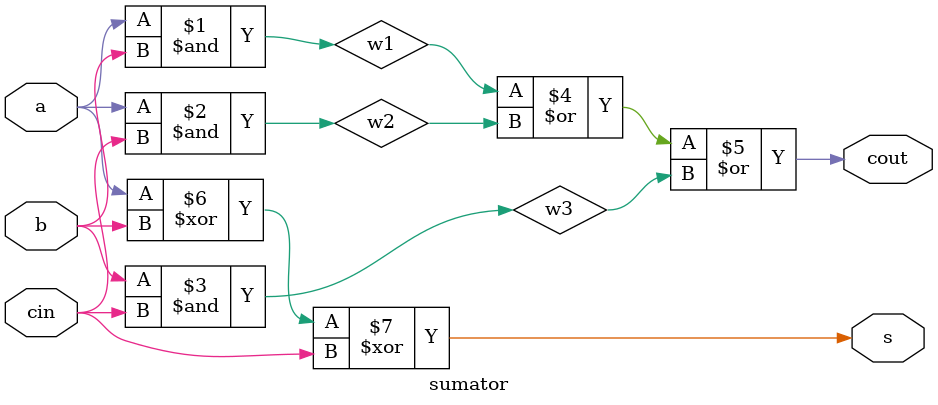
<source format=v>
module sumator(a,b,cin,s,cout);
input a,b,cin;
output s,cout;
wire w1,w2,w3;
wire w4;

assign w1 = (a&b);
assign w2 = (a&cin);
assign w3 = (b&cin);

assign cout = (w1|w2|w3);
assign s = (a^b^cin);

endmodule
</source>
